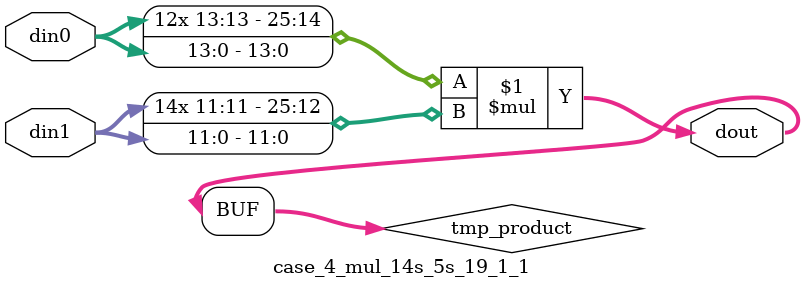
<source format=v>

`timescale 1 ns / 1 ps

 (* use_dsp = "no" *)  module case_4_mul_14s_5s_19_1_1(din0, din1, dout);
parameter ID = 1;
parameter NUM_STAGE = 0;
parameter din0_WIDTH = 14;
parameter din1_WIDTH = 12;
parameter dout_WIDTH = 26;

input [din0_WIDTH - 1 : 0] din0; 
input [din1_WIDTH - 1 : 0] din1; 
output [dout_WIDTH - 1 : 0] dout;

wire signed [dout_WIDTH - 1 : 0] tmp_product;



























assign tmp_product = $signed(din0) * $signed(din1);








assign dout = tmp_product;





















endmodule

</source>
